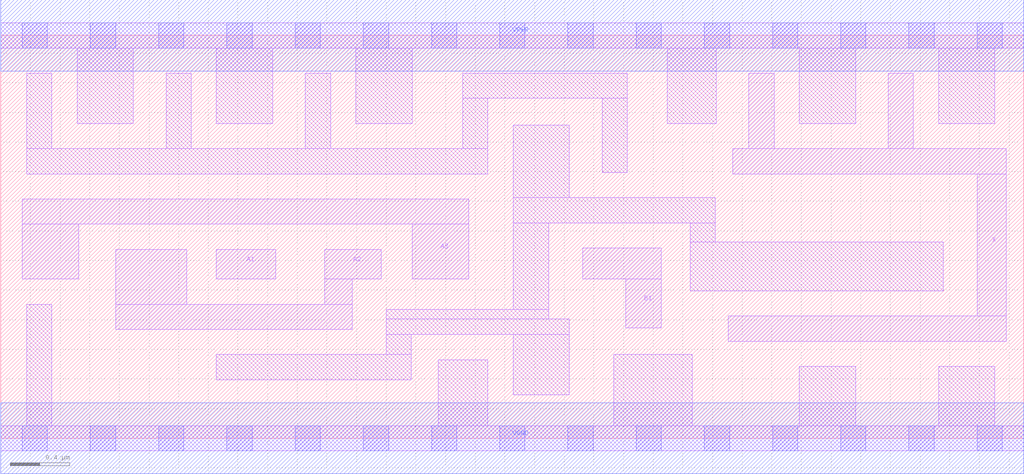
<source format=lef>
# Copyright 2020 The SkyWater PDK Authors
#
# Licensed under the Apache License, Version 2.0 (the "License");
# you may not use this file except in compliance with the License.
# You may obtain a copy of the License at
#
#     https://www.apache.org/licenses/LICENSE-2.0
#
# Unless required by applicable law or agreed to in writing, software
# distributed under the License is distributed on an "AS IS" BASIS,
# WITHOUT WARRANTIES OR CONDITIONS OF ANY KIND, either express or implied.
# See the License for the specific language governing permissions and
# limitations under the License.
#
# SPDX-License-Identifier: Apache-2.0

VERSION 5.7 ;
  NAMESCASESENSITIVE ON ;
  NOWIREEXTENSIONATPIN ON ;
  DIVIDERCHAR "/" ;
  BUSBITCHARS "[]" ;
UNITS
  DATABASE MICRONS 200 ;
END UNITS
PROPERTYDEFINITIONS
  MACRO maskLayoutSubType STRING ;
  MACRO prCellType STRING ;
  MACRO originalViewName STRING ;
END PROPERTYDEFINITIONS
MACRO sky130_fd_sc_hdll__a31o_4
  CLASS CORE ;
  FOREIGN sky130_fd_sc_hdll__a31o_4 ;
  ORIGIN  0.000000  0.000000 ;
  SIZE  6.900000 BY  2.720000 ;
  SYMMETRY X Y R90 ;
  SITE unithd ;
  PIN A1
    ANTENNAGATEAREA  0.555000 ;
    DIRECTION INPUT ;
    USE SIGNAL ;
    PORT
      LAYER li1 ;
        RECT 1.455000 1.075000 1.855000 1.275000 ;
    END
  END A1
  PIN A2
    ANTENNAGATEAREA  0.555000 ;
    DIRECTION INPUT ;
    USE SIGNAL ;
    PORT
      LAYER li1 ;
        RECT 0.775000 0.735000 2.370000 0.905000 ;
        RECT 0.775000 0.905000 1.255000 1.275000 ;
        RECT 2.185000 0.905000 2.370000 1.075000 ;
        RECT 2.185000 1.075000 2.565000 1.275000 ;
    END
  END A2
  PIN A3
    ANTENNAGATEAREA  0.555000 ;
    DIRECTION INPUT ;
    USE SIGNAL ;
    PORT
      LAYER li1 ;
        RECT 0.145000 1.075000 0.525000 1.445000 ;
        RECT 0.145000 1.445000 3.155000 1.615000 ;
        RECT 2.775000 1.075000 3.155000 1.445000 ;
    END
  END A3
  PIN B1
    ANTENNAGATEAREA  0.555000 ;
    DIRECTION INPUT ;
    USE SIGNAL ;
    PORT
      LAYER li1 ;
        RECT 3.925000 1.075000 4.455000 1.285000 ;
        RECT 4.215000 0.745000 4.455000 1.075000 ;
    END
  END B1
  PIN VGND
    ANTENNADIFFAREA  1.404000 ;
    DIRECTION INOUT ;
    USE SIGNAL ;
    PORT
      LAYER met1 ;
        RECT 0.000000 -0.240000 6.900000 0.240000 ;
    END
  END VGND
  PIN VPWR
    ANTENNADIFFAREA  1.760000 ;
    DIRECTION INOUT ;
    USE SIGNAL ;
    PORT
      LAYER met1 ;
        RECT 0.000000 2.480000 6.900000 2.960000 ;
    END
  END VPWR
  PIN X
    ANTENNADIFFAREA  0.996000 ;
    DIRECTION OUTPUT ;
    USE SIGNAL ;
    PORT
      LAYER li1 ;
        RECT 4.905000 0.655000 6.780000 0.825000 ;
        RECT 4.935000 1.785000 6.780000 1.955000 ;
        RECT 5.045000 1.955000 5.215000 2.465000 ;
        RECT 5.985000 1.955000 6.155000 2.465000 ;
        RECT 6.585000 0.825000 6.780000 1.785000 ;
    END
  END X
  OBS
    LAYER li1 ;
      RECT 0.000000 -0.085000 6.900000 0.085000 ;
      RECT 0.000000  2.635000 6.900000 2.805000 ;
      RECT 0.175000  0.085000 0.345000 0.905000 ;
      RECT 0.175000  1.785000 3.285000 1.955000 ;
      RECT 0.175000  1.955000 0.345000 2.465000 ;
      RECT 0.515000  2.125000 0.895000 2.635000 ;
      RECT 1.115000  1.955000 1.285000 2.465000 ;
      RECT 1.455000  0.395000 2.770000 0.565000 ;
      RECT 1.455000  2.125000 1.835000 2.635000 ;
      RECT 2.055000  1.955000 2.225000 2.465000 ;
      RECT 2.395000  2.125000 2.775000 2.635000 ;
      RECT 2.600000  0.565000 2.770000 0.700000 ;
      RECT 2.600000  0.700000 3.835000 0.805000 ;
      RECT 2.600000  0.805000 3.695000 0.870000 ;
      RECT 2.950000  0.085000 3.285000 0.530000 ;
      RECT 3.115000  1.955000 3.285000 2.295000 ;
      RECT 3.115000  2.295000 4.225000 2.465000 ;
      RECT 3.455000  0.295000 3.835000 0.700000 ;
      RECT 3.455000  0.870000 3.695000 1.455000 ;
      RECT 3.455000  1.455000 4.820000 1.625000 ;
      RECT 3.455000  1.625000 3.835000 2.115000 ;
      RECT 4.055000  1.795000 4.225000 2.295000 ;
      RECT 4.135000  0.085000 4.665000 0.565000 ;
      RECT 4.495000  2.125000 4.825000 2.635000 ;
      RECT 4.650000  0.995000 6.355000 1.325000 ;
      RECT 4.650000  1.325000 4.820000 1.455000 ;
      RECT 5.385000  0.085000 5.765000 0.485000 ;
      RECT 5.385000  2.125000 5.765000 2.635000 ;
      RECT 6.325000  0.085000 6.705000 0.485000 ;
      RECT 6.325000  2.125000 6.705000 2.635000 ;
    LAYER mcon ;
      RECT 0.145000 -0.085000 0.315000 0.085000 ;
      RECT 0.145000  2.635000 0.315000 2.805000 ;
      RECT 0.605000 -0.085000 0.775000 0.085000 ;
      RECT 0.605000  2.635000 0.775000 2.805000 ;
      RECT 1.065000 -0.085000 1.235000 0.085000 ;
      RECT 1.065000  2.635000 1.235000 2.805000 ;
      RECT 1.525000 -0.085000 1.695000 0.085000 ;
      RECT 1.525000  2.635000 1.695000 2.805000 ;
      RECT 1.985000 -0.085000 2.155000 0.085000 ;
      RECT 1.985000  2.635000 2.155000 2.805000 ;
      RECT 2.445000 -0.085000 2.615000 0.085000 ;
      RECT 2.445000  2.635000 2.615000 2.805000 ;
      RECT 2.905000 -0.085000 3.075000 0.085000 ;
      RECT 2.905000  2.635000 3.075000 2.805000 ;
      RECT 3.365000 -0.085000 3.535000 0.085000 ;
      RECT 3.365000  2.635000 3.535000 2.805000 ;
      RECT 3.825000 -0.085000 3.995000 0.085000 ;
      RECT 3.825000  2.635000 3.995000 2.805000 ;
      RECT 4.285000 -0.085000 4.455000 0.085000 ;
      RECT 4.285000  2.635000 4.455000 2.805000 ;
      RECT 4.745000 -0.085000 4.915000 0.085000 ;
      RECT 4.745000  2.635000 4.915000 2.805000 ;
      RECT 5.205000 -0.085000 5.375000 0.085000 ;
      RECT 5.205000  2.635000 5.375000 2.805000 ;
      RECT 5.665000 -0.085000 5.835000 0.085000 ;
      RECT 5.665000  2.635000 5.835000 2.805000 ;
      RECT 6.125000 -0.085000 6.295000 0.085000 ;
      RECT 6.125000  2.635000 6.295000 2.805000 ;
      RECT 6.585000 -0.085000 6.755000 0.085000 ;
      RECT 6.585000  2.635000 6.755000 2.805000 ;
  END
  PROPERTY maskLayoutSubType "abstract" ;
  PROPERTY prCellType "standard" ;
  PROPERTY originalViewName "layout" ;
END sky130_fd_sc_hdll__a31o_4

</source>
